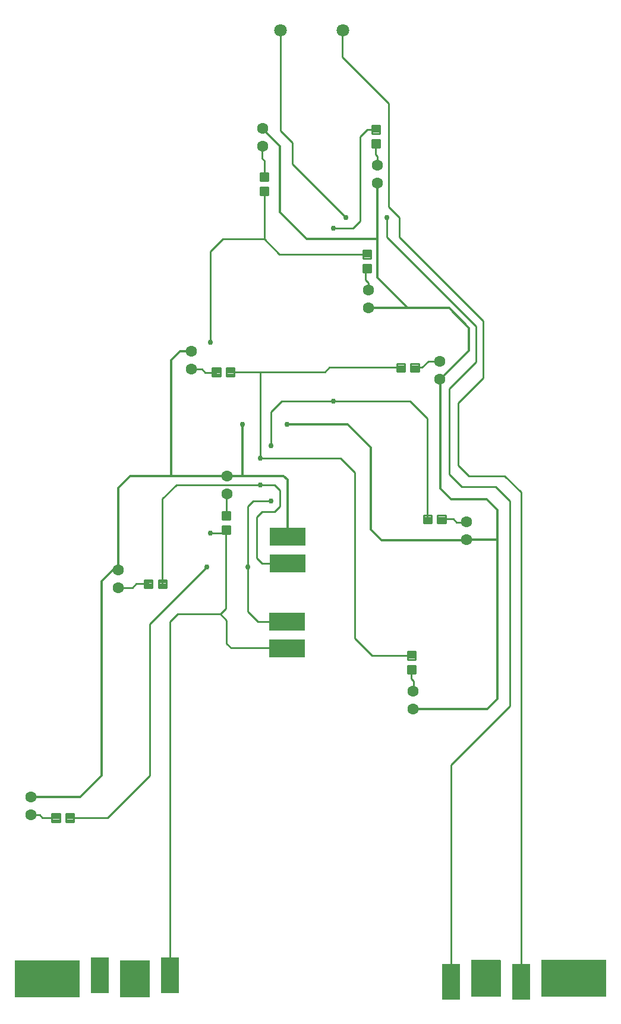
<source format=gbr>
G04 EAGLE Gerber RS-274X export*
G75*
%MOMM*%
%FSLAX34Y34*%
%LPD*%
%INBottom Copper*%
%IPPOS*%
%AMOC8*
5,1,8,0,0,1.08239X$1,22.5*%
G01*
%ADD10R,2.540000X5.080000*%
%ADD11R,5.080000X2.540000*%
%ADD12C,1.800000*%
%ADD13C,1.600000*%
%ADD14C,0.280000*%
%ADD15C,0.254000*%
%ADD16C,0.756400*%
%ADD17C,0.300000*%

G36*
X844648Y14956D02*
X844648Y14956D01*
X844767Y14963D01*
X844805Y14976D01*
X844846Y14981D01*
X844956Y15024D01*
X845069Y15061D01*
X845104Y15083D01*
X845141Y15098D01*
X845237Y15168D01*
X845338Y15231D01*
X845366Y15261D01*
X845399Y15284D01*
X845475Y15376D01*
X845556Y15463D01*
X845576Y15498D01*
X845601Y15529D01*
X845652Y15637D01*
X845710Y15741D01*
X845720Y15781D01*
X845737Y15817D01*
X845759Y15934D01*
X845789Y16049D01*
X845793Y16110D01*
X845797Y16130D01*
X845795Y16150D01*
X845799Y16210D01*
X845799Y66210D01*
X845784Y66328D01*
X845777Y66447D01*
X845764Y66485D01*
X845759Y66526D01*
X845716Y66636D01*
X845679Y66749D01*
X845657Y66784D01*
X845642Y66821D01*
X845573Y66917D01*
X845509Y67018D01*
X845479Y67046D01*
X845456Y67079D01*
X845364Y67155D01*
X845277Y67236D01*
X845242Y67256D01*
X845211Y67281D01*
X845103Y67332D01*
X844999Y67390D01*
X844959Y67400D01*
X844923Y67417D01*
X844806Y67439D01*
X844691Y67469D01*
X844631Y67473D01*
X844611Y67477D01*
X844590Y67475D01*
X844530Y67479D01*
X754530Y67479D01*
X754412Y67464D01*
X754293Y67457D01*
X754255Y67444D01*
X754214Y67439D01*
X754104Y67396D01*
X753991Y67359D01*
X753956Y67337D01*
X753919Y67322D01*
X753823Y67253D01*
X753722Y67189D01*
X753694Y67159D01*
X753661Y67136D01*
X753586Y67044D01*
X753504Y66957D01*
X753484Y66922D01*
X753459Y66891D01*
X753408Y66783D01*
X753350Y66679D01*
X753340Y66639D01*
X753323Y66603D01*
X753301Y66486D01*
X753271Y66371D01*
X753267Y66311D01*
X753263Y66291D01*
X753265Y66270D01*
X753261Y66210D01*
X753261Y16210D01*
X753276Y16092D01*
X753283Y15973D01*
X753296Y15935D01*
X753301Y15894D01*
X753344Y15784D01*
X753381Y15671D01*
X753403Y15636D01*
X753418Y15599D01*
X753488Y15503D01*
X753551Y15402D01*
X753581Y15374D01*
X753604Y15341D01*
X753696Y15266D01*
X753783Y15184D01*
X753818Y15164D01*
X753849Y15139D01*
X753957Y15088D01*
X754061Y15030D01*
X754101Y15020D01*
X754137Y15003D01*
X754254Y14981D01*
X754369Y14951D01*
X754430Y14947D01*
X754450Y14943D01*
X754470Y14945D01*
X754530Y14941D01*
X844530Y14941D01*
X844648Y14956D01*
G37*
G36*
X94648Y14156D02*
X94648Y14156D01*
X94767Y14163D01*
X94805Y14176D01*
X94846Y14181D01*
X94956Y14224D01*
X95069Y14261D01*
X95104Y14283D01*
X95141Y14298D01*
X95237Y14368D01*
X95338Y14431D01*
X95366Y14461D01*
X95399Y14484D01*
X95475Y14576D01*
X95556Y14663D01*
X95576Y14698D01*
X95601Y14729D01*
X95652Y14837D01*
X95710Y14941D01*
X95720Y14981D01*
X95737Y15017D01*
X95759Y15134D01*
X95789Y15249D01*
X95793Y15310D01*
X95797Y15330D01*
X95795Y15350D01*
X95799Y15410D01*
X95799Y65410D01*
X95784Y65528D01*
X95777Y65647D01*
X95764Y65685D01*
X95759Y65726D01*
X95716Y65836D01*
X95679Y65949D01*
X95657Y65984D01*
X95642Y66021D01*
X95573Y66117D01*
X95509Y66218D01*
X95479Y66246D01*
X95456Y66279D01*
X95364Y66355D01*
X95277Y66436D01*
X95242Y66456D01*
X95211Y66481D01*
X95103Y66532D01*
X94999Y66590D01*
X94959Y66600D01*
X94923Y66617D01*
X94806Y66639D01*
X94691Y66669D01*
X94631Y66673D01*
X94611Y66677D01*
X94590Y66675D01*
X94530Y66679D01*
X4530Y66679D01*
X4412Y66664D01*
X4293Y66657D01*
X4255Y66644D01*
X4214Y66639D01*
X4104Y66596D01*
X3991Y66559D01*
X3956Y66537D01*
X3919Y66522D01*
X3823Y66453D01*
X3722Y66389D01*
X3694Y66359D01*
X3661Y66336D01*
X3586Y66244D01*
X3504Y66157D01*
X3484Y66122D01*
X3459Y66091D01*
X3408Y65983D01*
X3350Y65879D01*
X3340Y65839D01*
X3323Y65803D01*
X3301Y65686D01*
X3271Y65571D01*
X3267Y65511D01*
X3263Y65491D01*
X3265Y65470D01*
X3261Y65410D01*
X3261Y15410D01*
X3276Y15292D01*
X3283Y15173D01*
X3296Y15135D01*
X3301Y15094D01*
X3344Y14984D01*
X3381Y14871D01*
X3403Y14836D01*
X3418Y14799D01*
X3488Y14703D01*
X3551Y14602D01*
X3581Y14574D01*
X3604Y14541D01*
X3696Y14466D01*
X3783Y14384D01*
X3818Y14364D01*
X3849Y14339D01*
X3957Y14288D01*
X4061Y14230D01*
X4101Y14220D01*
X4137Y14203D01*
X4254Y14181D01*
X4369Y14151D01*
X4430Y14147D01*
X4450Y14143D01*
X4470Y14145D01*
X4530Y14141D01*
X94530Y14141D01*
X94648Y14156D01*
G37*
G36*
X694648Y14956D02*
X694648Y14956D01*
X694767Y14963D01*
X694805Y14976D01*
X694846Y14981D01*
X694956Y15024D01*
X695069Y15061D01*
X695104Y15083D01*
X695141Y15098D01*
X695237Y15168D01*
X695338Y15231D01*
X695366Y15261D01*
X695399Y15284D01*
X695475Y15376D01*
X695556Y15463D01*
X695576Y15498D01*
X695601Y15529D01*
X695652Y15637D01*
X695710Y15741D01*
X695720Y15781D01*
X695737Y15817D01*
X695759Y15934D01*
X695789Y16049D01*
X695793Y16110D01*
X695797Y16130D01*
X695795Y16150D01*
X695799Y16210D01*
X695799Y66210D01*
X695784Y66328D01*
X695777Y66447D01*
X695764Y66485D01*
X695759Y66526D01*
X695716Y66636D01*
X695679Y66749D01*
X695657Y66784D01*
X695642Y66821D01*
X695573Y66917D01*
X695509Y67018D01*
X695479Y67046D01*
X695456Y67079D01*
X695364Y67155D01*
X695277Y67236D01*
X695242Y67256D01*
X695211Y67281D01*
X695103Y67332D01*
X694999Y67390D01*
X694959Y67400D01*
X694923Y67417D01*
X694806Y67439D01*
X694691Y67469D01*
X694631Y67473D01*
X694611Y67477D01*
X694590Y67475D01*
X694530Y67479D01*
X654530Y67479D01*
X654412Y67464D01*
X654293Y67457D01*
X654255Y67444D01*
X654214Y67439D01*
X654104Y67396D01*
X653991Y67359D01*
X653956Y67337D01*
X653919Y67322D01*
X653823Y67253D01*
X653722Y67189D01*
X653694Y67159D01*
X653661Y67136D01*
X653586Y67044D01*
X653504Y66957D01*
X653484Y66922D01*
X653459Y66891D01*
X653408Y66783D01*
X653350Y66679D01*
X653340Y66639D01*
X653323Y66603D01*
X653301Y66486D01*
X653271Y66371D01*
X653267Y66311D01*
X653263Y66291D01*
X653265Y66270D01*
X653261Y66210D01*
X653261Y16210D01*
X653276Y16092D01*
X653283Y15973D01*
X653296Y15935D01*
X653301Y15894D01*
X653344Y15784D01*
X653381Y15671D01*
X653403Y15636D01*
X653418Y15599D01*
X653488Y15503D01*
X653551Y15402D01*
X653581Y15374D01*
X653604Y15341D01*
X653696Y15266D01*
X653783Y15184D01*
X653818Y15164D01*
X653849Y15139D01*
X653957Y15088D01*
X654061Y15030D01*
X654101Y15020D01*
X654137Y15003D01*
X654254Y14981D01*
X654369Y14951D01*
X654430Y14947D01*
X654450Y14943D01*
X654470Y14945D01*
X654530Y14941D01*
X694530Y14941D01*
X694648Y14956D01*
G37*
G36*
X194648Y14156D02*
X194648Y14156D01*
X194767Y14163D01*
X194805Y14176D01*
X194846Y14181D01*
X194956Y14224D01*
X195069Y14261D01*
X195104Y14283D01*
X195141Y14298D01*
X195237Y14368D01*
X195338Y14431D01*
X195366Y14461D01*
X195399Y14484D01*
X195475Y14576D01*
X195556Y14663D01*
X195576Y14698D01*
X195601Y14729D01*
X195652Y14837D01*
X195710Y14941D01*
X195720Y14981D01*
X195737Y15017D01*
X195759Y15134D01*
X195789Y15249D01*
X195793Y15310D01*
X195797Y15330D01*
X195795Y15350D01*
X195799Y15410D01*
X195799Y65410D01*
X195784Y65528D01*
X195777Y65647D01*
X195764Y65685D01*
X195759Y65726D01*
X195716Y65836D01*
X195679Y65949D01*
X195657Y65984D01*
X195642Y66021D01*
X195573Y66117D01*
X195509Y66218D01*
X195479Y66246D01*
X195456Y66279D01*
X195364Y66355D01*
X195277Y66436D01*
X195242Y66456D01*
X195211Y66481D01*
X195103Y66532D01*
X194999Y66590D01*
X194959Y66600D01*
X194923Y66617D01*
X194806Y66639D01*
X194691Y66669D01*
X194631Y66673D01*
X194611Y66677D01*
X194590Y66675D01*
X194530Y66679D01*
X154530Y66679D01*
X154412Y66664D01*
X154293Y66657D01*
X154255Y66644D01*
X154214Y66639D01*
X154104Y66596D01*
X153991Y66559D01*
X153956Y66537D01*
X153919Y66522D01*
X153823Y66453D01*
X153722Y66389D01*
X153694Y66359D01*
X153661Y66336D01*
X153586Y66244D01*
X153504Y66157D01*
X153484Y66122D01*
X153459Y66091D01*
X153408Y65983D01*
X153350Y65879D01*
X153340Y65839D01*
X153323Y65803D01*
X153301Y65686D01*
X153271Y65571D01*
X153267Y65511D01*
X153263Y65491D01*
X153265Y65470D01*
X153261Y65410D01*
X153261Y15410D01*
X153276Y15292D01*
X153283Y15173D01*
X153296Y15135D01*
X153301Y15094D01*
X153344Y14984D01*
X153381Y14871D01*
X153403Y14836D01*
X153418Y14799D01*
X153488Y14703D01*
X153551Y14602D01*
X153581Y14574D01*
X153604Y14541D01*
X153696Y14466D01*
X153783Y14384D01*
X153818Y14364D01*
X153849Y14339D01*
X153957Y14288D01*
X154061Y14230D01*
X154101Y14220D01*
X154137Y14203D01*
X154254Y14181D01*
X154369Y14151D01*
X154430Y14147D01*
X154450Y14143D01*
X154470Y14145D01*
X154530Y14141D01*
X194530Y14141D01*
X194648Y14156D01*
G37*
D10*
X624530Y36210D03*
X724530Y36210D03*
X224530Y45410D03*
X124530Y45410D03*
D11*
X391760Y670190D03*
X391760Y632090D03*
X391270Y549210D03*
X391270Y511110D03*
D12*
X470800Y1391500D03*
D13*
X150600Y622800D03*
X150600Y597400D03*
X254900Y934300D03*
X254900Y908900D03*
X646800Y665900D03*
X646800Y691300D03*
X305700Y756500D03*
X305700Y731100D03*
X608700Y894500D03*
X608700Y919900D03*
X519800Y1173900D03*
X519800Y1199300D03*
X356500Y1251800D03*
X356500Y1226400D03*
X570600Y424600D03*
X570600Y450000D03*
X26300Y299300D03*
X26300Y273900D03*
X507100Y996100D03*
X507100Y1021500D03*
D12*
X381900Y1391500D03*
D14*
X199100Y597600D02*
X187900Y597600D01*
X187900Y608800D01*
X199100Y608800D01*
X199100Y597600D01*
X199100Y600260D02*
X187900Y600260D01*
X187900Y602920D02*
X199100Y602920D01*
X199100Y605580D02*
X187900Y605580D01*
X187900Y608240D02*
X199100Y608240D01*
X208090Y597600D02*
X219290Y597600D01*
X208090Y597600D02*
X208090Y608800D01*
X219290Y608800D01*
X219290Y597600D01*
X219290Y600260D02*
X208090Y600260D01*
X208090Y602920D02*
X219290Y602920D01*
X219290Y605580D02*
X208090Y605580D01*
X208090Y608240D02*
X219290Y608240D01*
X284800Y899200D02*
X296000Y899200D01*
X284800Y899200D02*
X284800Y910400D01*
X296000Y910400D01*
X296000Y899200D01*
X296000Y901860D02*
X284800Y901860D01*
X284800Y904520D02*
X296000Y904520D01*
X296000Y907180D02*
X284800Y907180D01*
X284800Y909840D02*
X296000Y909840D01*
X304990Y899200D02*
X316190Y899200D01*
X304990Y899200D02*
X304990Y910400D01*
X316190Y910400D01*
X316190Y899200D01*
X316190Y901860D02*
X304990Y901860D01*
X304990Y904520D02*
X316190Y904520D01*
X316190Y907180D02*
X304990Y907180D01*
X304990Y909840D02*
X316190Y909840D01*
X605700Y701000D02*
X616900Y701000D01*
X616900Y689800D01*
X605700Y689800D01*
X605700Y701000D01*
X605700Y692460D02*
X616900Y692460D01*
X616900Y695120D02*
X605700Y695120D01*
X605700Y697780D02*
X616900Y697780D01*
X616900Y700440D02*
X605700Y700440D01*
X596710Y701000D02*
X585510Y701000D01*
X596710Y701000D02*
X596710Y689800D01*
X585510Y689800D01*
X585510Y701000D01*
X585510Y692460D02*
X596710Y692460D01*
X596710Y695120D02*
X585510Y695120D01*
X585510Y697780D02*
X596710Y697780D01*
X596710Y700440D02*
X585510Y700440D01*
X298490Y705800D02*
X298490Y694600D01*
X298490Y705800D02*
X309690Y705800D01*
X309690Y694600D01*
X298490Y694600D01*
X298490Y697260D02*
X309690Y697260D01*
X309690Y699920D02*
X298490Y699920D01*
X298490Y702580D02*
X309690Y702580D01*
X309690Y705240D02*
X298490Y705240D01*
X298490Y685610D02*
X298490Y674410D01*
X298490Y685610D02*
X309690Y685610D01*
X309690Y674410D01*
X298490Y674410D01*
X298490Y677070D02*
X309690Y677070D01*
X309690Y679730D02*
X298490Y679730D01*
X298490Y682390D02*
X309690Y682390D01*
X309690Y685050D02*
X298490Y685050D01*
X567600Y916900D02*
X578800Y916900D01*
X578800Y905700D01*
X567600Y905700D01*
X567600Y916900D01*
X567600Y908360D02*
X578800Y908360D01*
X578800Y911020D02*
X567600Y911020D01*
X567600Y913680D02*
X578800Y913680D01*
X578800Y916340D02*
X567600Y916340D01*
X558610Y916900D02*
X547410Y916900D01*
X558610Y916900D02*
X558610Y905700D01*
X547410Y905700D01*
X547410Y916900D01*
X547410Y908360D02*
X558610Y908360D01*
X558610Y911020D02*
X547410Y911020D01*
X547410Y913680D02*
X558610Y913680D01*
X558610Y916340D02*
X547410Y916340D01*
X523200Y1224600D02*
X523200Y1235800D01*
X523200Y1224600D02*
X512000Y1224600D01*
X512000Y1235800D01*
X523200Y1235800D01*
X523200Y1227260D02*
X512000Y1227260D01*
X512000Y1229920D02*
X523200Y1229920D01*
X523200Y1232580D02*
X512000Y1232580D01*
X512000Y1235240D02*
X523200Y1235240D01*
X523200Y1244790D02*
X523200Y1255990D01*
X523200Y1244790D02*
X512000Y1244790D01*
X512000Y1255990D01*
X523200Y1255990D01*
X523200Y1247450D02*
X512000Y1247450D01*
X512000Y1250110D02*
X523200Y1250110D01*
X523200Y1252770D02*
X512000Y1252770D01*
X512000Y1255430D02*
X523200Y1255430D01*
X353100Y1188400D02*
X353100Y1177200D01*
X353100Y1188400D02*
X364300Y1188400D01*
X364300Y1177200D01*
X353100Y1177200D01*
X353100Y1179860D02*
X364300Y1179860D01*
X364300Y1182520D02*
X353100Y1182520D01*
X353100Y1185180D02*
X364300Y1185180D01*
X364300Y1187840D02*
X353100Y1187840D01*
X353100Y1168210D02*
X353100Y1157010D01*
X353100Y1168210D02*
X364300Y1168210D01*
X364300Y1157010D01*
X353100Y1157010D01*
X353100Y1159670D02*
X364300Y1159670D01*
X364300Y1162330D02*
X353100Y1162330D01*
X353100Y1164990D02*
X364300Y1164990D01*
X364300Y1167650D02*
X353100Y1167650D01*
X574000Y486500D02*
X574000Y475300D01*
X562800Y475300D01*
X562800Y486500D01*
X574000Y486500D01*
X574000Y477960D02*
X562800Y477960D01*
X562800Y480620D02*
X574000Y480620D01*
X574000Y483280D02*
X562800Y483280D01*
X562800Y485940D02*
X574000Y485940D01*
X574000Y495490D02*
X574000Y506690D01*
X574000Y495490D02*
X562800Y495490D01*
X562800Y506690D01*
X574000Y506690D01*
X574000Y498150D02*
X562800Y498150D01*
X562800Y500810D02*
X574000Y500810D01*
X574000Y503470D02*
X562800Y503470D01*
X562800Y506130D02*
X574000Y506130D01*
X67400Y264200D02*
X56200Y264200D01*
X56200Y275400D01*
X67400Y275400D01*
X67400Y264200D01*
X67400Y266860D02*
X56200Y266860D01*
X56200Y269520D02*
X67400Y269520D01*
X67400Y272180D02*
X56200Y272180D01*
X56200Y274840D02*
X67400Y274840D01*
X76390Y264200D02*
X87590Y264200D01*
X76390Y264200D02*
X76390Y275400D01*
X87590Y275400D01*
X87590Y264200D01*
X87590Y266860D02*
X76390Y266860D01*
X76390Y269520D02*
X87590Y269520D01*
X87590Y272180D02*
X76390Y272180D01*
X76390Y274840D02*
X87590Y274840D01*
X510500Y1046800D02*
X510500Y1058000D01*
X510500Y1046800D02*
X499300Y1046800D01*
X499300Y1058000D01*
X510500Y1058000D01*
X510500Y1049460D02*
X499300Y1049460D01*
X499300Y1052120D02*
X510500Y1052120D01*
X510500Y1054780D02*
X499300Y1054780D01*
X499300Y1057440D02*
X510500Y1057440D01*
X510500Y1066990D02*
X510500Y1078190D01*
X510500Y1066990D02*
X499300Y1066990D01*
X499300Y1078190D01*
X510500Y1078190D01*
X510500Y1069650D02*
X499300Y1069650D01*
X499300Y1072310D02*
X510500Y1072310D01*
X510500Y1074970D02*
X499300Y1074970D01*
X499300Y1077630D02*
X510500Y1077630D01*
D15*
X724530Y733430D02*
X724530Y36210D01*
X724530Y733430D02*
X701040Y756920D01*
X650240Y756920D01*
X635000Y772160D01*
X635000Y861060D01*
X670560Y896620D02*
X670560Y977900D01*
X670560Y896620D02*
X635000Y861060D01*
X670560Y977900D02*
X551180Y1097280D01*
X551180Y1125220D02*
X535940Y1140460D01*
X535940Y1287780D01*
X469900Y1353820D01*
X469900Y1390600D01*
X470800Y1391500D01*
X551180Y1125220D02*
X551180Y1097280D01*
X624530Y345130D02*
X624530Y36210D01*
X624530Y345130D02*
X708660Y429260D01*
X708660Y721360D01*
X688340Y741680D01*
X640080Y741680D01*
X622300Y759460D01*
X622300Y881380D01*
X660400Y919480D01*
X660400Y970280D01*
X533400Y1097280D01*
X381900Y1248780D02*
X381900Y1391500D01*
X533400Y1125220D02*
X533400Y1097280D01*
D16*
X533400Y1125220D03*
X474980Y1125220D03*
D15*
X398780Y1231900D02*
X381900Y1248780D01*
X398780Y1201420D02*
X474980Y1125220D01*
X398780Y1201420D02*
X398780Y1231900D01*
X224530Y549650D02*
X224530Y45410D01*
X304090Y608190D02*
X304090Y680010D01*
X358700Y1094180D02*
X358700Y1162610D01*
X380290Y1072590D02*
X504900Y1072590D01*
X380290Y1072590D02*
X358700Y1094180D01*
X304090Y680010D02*
X299720Y675640D01*
X281940Y675640D01*
D16*
X281940Y675640D03*
X281940Y947420D03*
D15*
X281940Y1076960D01*
X299720Y1094740D01*
X358140Y1094740D01*
X358700Y1094180D01*
X304090Y680010D02*
X304090Y568250D01*
X295910Y560070D01*
X234950Y560070D01*
X224530Y549650D01*
X295910Y560070D02*
X304800Y551180D01*
X390570Y511810D02*
X391270Y511110D01*
X390570Y511810D02*
X311150Y511810D01*
X304800Y518160D01*
X304800Y551180D01*
X310590Y904800D02*
X353060Y904800D01*
X445060Y904800D01*
X451560Y911300D02*
X553010Y911300D01*
X451560Y911300D02*
X445060Y904800D01*
X213690Y724230D02*
X213690Y603200D01*
X213690Y724230D02*
X233310Y743850D01*
X353430Y743850D01*
D16*
X353430Y743850D03*
X353060Y782320D03*
D15*
X353060Y904800D01*
X353060Y782320D02*
X467360Y782320D01*
X487680Y762000D01*
X487680Y525780D01*
X512370Y501090D02*
X568400Y501090D01*
X512370Y501090D02*
X487680Y525780D01*
X391760Y632090D02*
X355970Y632090D01*
X347980Y640080D01*
X353430Y743850D02*
X373750Y743850D01*
X381000Y736600D01*
X381000Y713740D01*
X373380Y706120D01*
X355600Y706120D01*
X347980Y698500D01*
X347980Y640080D01*
D17*
X150600Y622800D02*
X150600Y739880D01*
X167220Y756500D02*
X226060Y756500D01*
X305700Y756500D01*
X167220Y756500D02*
X150600Y739880D01*
X238340Y934300D02*
X254900Y934300D01*
X238340Y934300D02*
X226060Y922020D01*
X226060Y756500D01*
X519380Y1173480D02*
X519800Y1173900D01*
X327660Y756500D02*
X305700Y756500D01*
X327660Y756500D02*
X330200Y756500D01*
X333160Y756500D01*
X507100Y996100D02*
X561340Y996100D01*
X621880Y996100D01*
X650240Y967740D01*
X676060Y424600D02*
X570600Y424600D01*
X690880Y665480D02*
X690880Y708660D01*
X690880Y665480D02*
X690880Y439420D01*
X676060Y424600D01*
X690460Y665900D02*
X646800Y665900D01*
X690460Y665900D02*
X690880Y665480D01*
X609600Y894500D02*
X608700Y894500D01*
X96520Y299300D02*
X26300Y299300D01*
X142740Y622800D02*
X150600Y622800D01*
X142740Y622800D02*
X127000Y607060D01*
X327660Y756500D02*
X327660Y830580D01*
D16*
X327660Y830580D03*
X391160Y830580D03*
D17*
X477520Y830580D01*
X510540Y797560D01*
X510540Y680720D01*
X525780Y665480D01*
X646380Y665480D01*
X646800Y665900D01*
X519800Y1094740D02*
X519800Y1173900D01*
X519800Y1094740D02*
X519800Y1039760D01*
X561340Y998220D02*
X561340Y996100D01*
X561340Y998220D02*
X519800Y1039760D01*
X127000Y329780D02*
X96520Y299300D01*
X127000Y329780D02*
X127000Y607060D01*
X609600Y739140D02*
X624840Y723900D01*
X675640Y723900D01*
X690880Y708660D01*
X609600Y893600D02*
X608700Y894500D01*
X609600Y893600D02*
X609600Y739140D01*
X609600Y894500D02*
X650240Y935140D01*
X650240Y967740D01*
X519800Y1094740D02*
X419100Y1094740D01*
X381000Y1132840D01*
X381000Y1226400D01*
X356500Y1250900D01*
X356500Y1251800D01*
X391760Y751240D02*
X391760Y670190D01*
X391760Y751240D02*
X386080Y756920D01*
X330620Y756920D01*
X330200Y756500D01*
D15*
X170680Y597400D02*
X150600Y597400D01*
X176480Y603200D02*
X193500Y603200D01*
X176480Y603200D02*
X170680Y597400D01*
X611300Y695400D02*
X627940Y695400D01*
X632460Y690880D01*
X646380Y690880D01*
X646800Y691300D01*
X304800Y700910D02*
X304800Y730200D01*
X304800Y700910D02*
X304090Y700200D01*
X304800Y730200D02*
X305700Y731100D01*
X573200Y911300D02*
X583640Y911300D01*
X592240Y919900D02*
X608700Y919900D01*
X592240Y919900D02*
X583640Y911300D01*
X519800Y1199300D02*
X519800Y1212480D01*
X517600Y1214680D02*
X517600Y1230200D01*
X517600Y1214680D02*
X519800Y1212480D01*
X358700Y1205940D02*
X358700Y1182800D01*
X358700Y1205940D02*
X355600Y1209040D01*
X355600Y1225500D01*
X356500Y1226400D01*
X568400Y480900D02*
X568400Y467920D01*
X571500Y464820D01*
X571500Y450900D01*
X570600Y450000D01*
X38520Y273900D02*
X26300Y273900D01*
X42620Y269800D02*
X61800Y269800D01*
X42620Y269800D02*
X38520Y273900D01*
X507100Y1021500D02*
X507100Y1032140D01*
X502920Y1036320D01*
X502920Y1050420D01*
X504900Y1052400D01*
X269660Y908900D02*
X254900Y908900D01*
X269660Y908900D02*
X274320Y904240D01*
X289840Y904240D01*
X290400Y904800D01*
X135180Y269800D02*
X81990Y269800D01*
X195580Y546100D02*
X276860Y627380D01*
D16*
X276860Y627380D03*
X335280Y627380D03*
D15*
X195580Y330200D02*
X135180Y269800D01*
X195580Y330200D02*
X195580Y546100D01*
D16*
X368300Y800100D03*
D15*
X457200Y863600D02*
X566420Y863600D01*
X591110Y838910D02*
X591110Y695400D01*
X591110Y838910D02*
X566420Y863600D01*
D16*
X457200Y863600D03*
X457200Y1109980D03*
D15*
X505460Y1250390D02*
X517600Y1250390D01*
X368300Y848360D02*
X368300Y800100D01*
X368300Y848360D02*
X383540Y863600D01*
X457200Y863600D01*
X457200Y1109980D02*
X485140Y1109980D01*
X495300Y1120140D01*
X495300Y1240230D01*
X505460Y1250390D01*
X391270Y549210D02*
X349950Y549210D01*
X335280Y563880D02*
X335280Y627380D01*
X335280Y563880D02*
X349950Y549210D01*
X335280Y627380D02*
X335280Y713740D01*
X342900Y721360D01*
X368300Y721360D01*
D16*
X368300Y721360D03*
M02*

</source>
